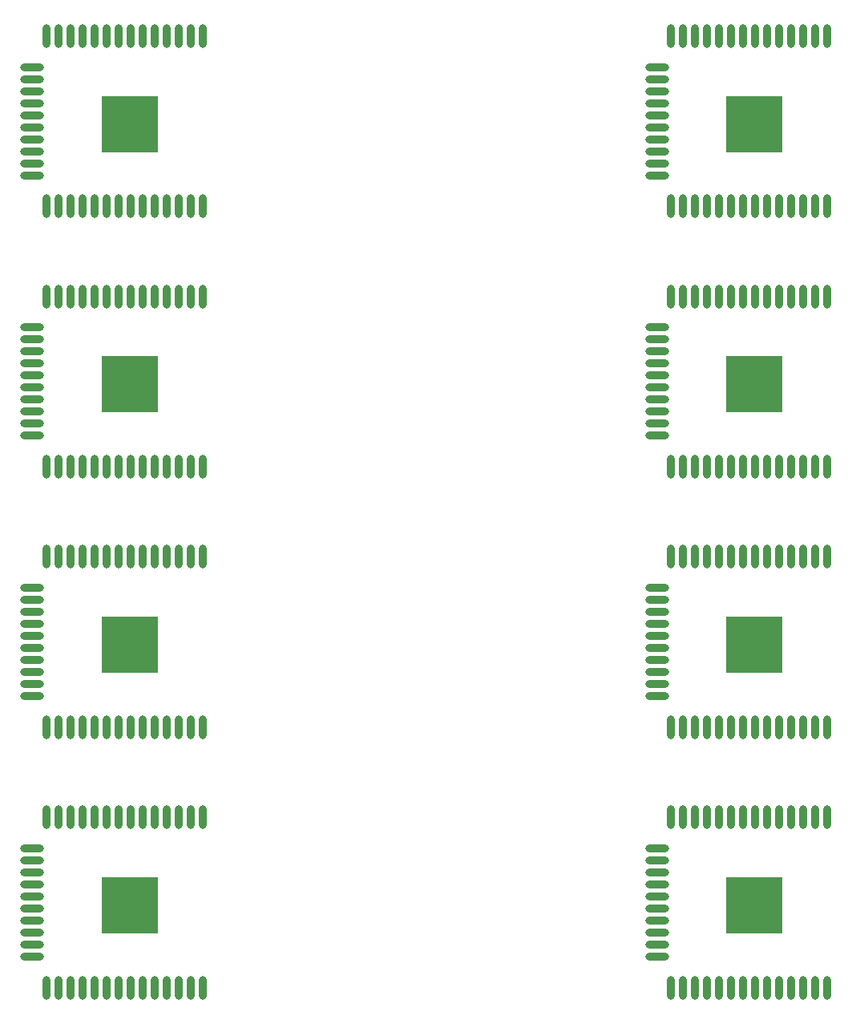
<source format=gbr>
G04 #@! TF.GenerationSoftware,KiCad,Pcbnew,5.0.2-bee76a0~70~ubuntu18.04.1*
G04 #@! TF.CreationDate,2019-05-10T18:36:06+02:00*
G04 #@! TF.ProjectId,m3_2x4_panel,6d335f32-7834-45f7-9061-6e656c2e6b69,rev?*
G04 #@! TF.SameCoordinates,Original*
G04 #@! TF.FileFunction,Paste,Bot*
G04 #@! TF.FilePolarity,Positive*
%FSLAX46Y46*%
G04 Gerber Fmt 4.6, Leading zero omitted, Abs format (unit mm)*
G04 Created by KiCad (PCBNEW 5.0.2-bee76a0~70~ubuntu18.04.1) date Fr 10 Mai 2019 18:36:06 CEST*
%MOMM*%
%LPD*%
G01*
G04 APERTURE LIST*
%ADD10R,6.000000X6.000000*%
%ADD11O,0.900000X2.500000*%
%ADD12O,2.500000X0.900000*%
G04 APERTURE END LIST*
D10*
G04 #@! TO.C,U2*
X169976000Y-132076000D03*
D11*
X177676000Y-140776000D03*
X176406000Y-140776000D03*
X175136000Y-140776000D03*
X173866000Y-140776000D03*
X172596000Y-140776000D03*
X171326000Y-140776000D03*
X170056000Y-140776000D03*
X168786000Y-140776000D03*
X167516000Y-140776000D03*
X166246000Y-140776000D03*
X164976000Y-140776000D03*
X163706000Y-140776000D03*
X162436000Y-140776000D03*
X161166000Y-140776000D03*
D12*
X159676000Y-137491000D03*
X159676000Y-136221000D03*
X159676000Y-134951000D03*
X159676000Y-133681000D03*
X159676000Y-132411000D03*
X159676000Y-131141000D03*
X159676000Y-129871000D03*
X159676000Y-128601000D03*
X159676000Y-127331000D03*
X159676000Y-126061000D03*
D11*
X161166000Y-122776000D03*
X162436000Y-122776000D03*
X163706000Y-122776000D03*
X164976000Y-122776000D03*
X166246000Y-122776000D03*
X167516000Y-122776000D03*
X168786000Y-122776000D03*
X170056000Y-122776000D03*
X171326000Y-122776000D03*
X172596000Y-122776000D03*
X173866000Y-122776000D03*
X175136000Y-122776000D03*
X176406000Y-122776000D03*
X177676000Y-122776000D03*
G04 #@! TD*
D10*
G04 #@! TO.C,U2*
X103976000Y-132076000D03*
D11*
X111676000Y-140776000D03*
X110406000Y-140776000D03*
X109136000Y-140776000D03*
X107866000Y-140776000D03*
X106596000Y-140776000D03*
X105326000Y-140776000D03*
X104056000Y-140776000D03*
X102786000Y-140776000D03*
X101516000Y-140776000D03*
X100246000Y-140776000D03*
X98976000Y-140776000D03*
X97706000Y-140776000D03*
X96436000Y-140776000D03*
X95166000Y-140776000D03*
D12*
X93676000Y-137491000D03*
X93676000Y-136221000D03*
X93676000Y-134951000D03*
X93676000Y-133681000D03*
X93676000Y-132411000D03*
X93676000Y-131141000D03*
X93676000Y-129871000D03*
X93676000Y-128601000D03*
X93676000Y-127331000D03*
X93676000Y-126061000D03*
D11*
X95166000Y-122776000D03*
X96436000Y-122776000D03*
X97706000Y-122776000D03*
X98976000Y-122776000D03*
X100246000Y-122776000D03*
X101516000Y-122776000D03*
X102786000Y-122776000D03*
X104056000Y-122776000D03*
X105326000Y-122776000D03*
X106596000Y-122776000D03*
X107866000Y-122776000D03*
X109136000Y-122776000D03*
X110406000Y-122776000D03*
X111676000Y-122776000D03*
G04 #@! TD*
D10*
G04 #@! TO.C,U2*
X169976000Y-104576000D03*
D11*
X177676000Y-113276000D03*
X176406000Y-113276000D03*
X175136000Y-113276000D03*
X173866000Y-113276000D03*
X172596000Y-113276000D03*
X171326000Y-113276000D03*
X170056000Y-113276000D03*
X168786000Y-113276000D03*
X167516000Y-113276000D03*
X166246000Y-113276000D03*
X164976000Y-113276000D03*
X163706000Y-113276000D03*
X162436000Y-113276000D03*
X161166000Y-113276000D03*
D12*
X159676000Y-109991000D03*
X159676000Y-108721000D03*
X159676000Y-107451000D03*
X159676000Y-106181000D03*
X159676000Y-104911000D03*
X159676000Y-103641000D03*
X159676000Y-102371000D03*
X159676000Y-101101000D03*
X159676000Y-99831000D03*
X159676000Y-98561000D03*
D11*
X161166000Y-95276000D03*
X162436000Y-95276000D03*
X163706000Y-95276000D03*
X164976000Y-95276000D03*
X166246000Y-95276000D03*
X167516000Y-95276000D03*
X168786000Y-95276000D03*
X170056000Y-95276000D03*
X171326000Y-95276000D03*
X172596000Y-95276000D03*
X173866000Y-95276000D03*
X175136000Y-95276000D03*
X176406000Y-95276000D03*
X177676000Y-95276000D03*
G04 #@! TD*
D10*
G04 #@! TO.C,U2*
X103976000Y-104576000D03*
D11*
X111676000Y-113276000D03*
X110406000Y-113276000D03*
X109136000Y-113276000D03*
X107866000Y-113276000D03*
X106596000Y-113276000D03*
X105326000Y-113276000D03*
X104056000Y-113276000D03*
X102786000Y-113276000D03*
X101516000Y-113276000D03*
X100246000Y-113276000D03*
X98976000Y-113276000D03*
X97706000Y-113276000D03*
X96436000Y-113276000D03*
X95166000Y-113276000D03*
D12*
X93676000Y-109991000D03*
X93676000Y-108721000D03*
X93676000Y-107451000D03*
X93676000Y-106181000D03*
X93676000Y-104911000D03*
X93676000Y-103641000D03*
X93676000Y-102371000D03*
X93676000Y-101101000D03*
X93676000Y-99831000D03*
X93676000Y-98561000D03*
D11*
X95166000Y-95276000D03*
X96436000Y-95276000D03*
X97706000Y-95276000D03*
X98976000Y-95276000D03*
X100246000Y-95276000D03*
X101516000Y-95276000D03*
X102786000Y-95276000D03*
X104056000Y-95276000D03*
X105326000Y-95276000D03*
X106596000Y-95276000D03*
X107866000Y-95276000D03*
X109136000Y-95276000D03*
X110406000Y-95276000D03*
X111676000Y-95276000D03*
G04 #@! TD*
D10*
G04 #@! TO.C,U2*
X169976000Y-77076000D03*
D11*
X177676000Y-85776000D03*
X176406000Y-85776000D03*
X175136000Y-85776000D03*
X173866000Y-85776000D03*
X172596000Y-85776000D03*
X171326000Y-85776000D03*
X170056000Y-85776000D03*
X168786000Y-85776000D03*
X167516000Y-85776000D03*
X166246000Y-85776000D03*
X164976000Y-85776000D03*
X163706000Y-85776000D03*
X162436000Y-85776000D03*
X161166000Y-85776000D03*
D12*
X159676000Y-82491000D03*
X159676000Y-81221000D03*
X159676000Y-79951000D03*
X159676000Y-78681000D03*
X159676000Y-77411000D03*
X159676000Y-76141000D03*
X159676000Y-74871000D03*
X159676000Y-73601000D03*
X159676000Y-72331000D03*
X159676000Y-71061000D03*
D11*
X161166000Y-67776000D03*
X162436000Y-67776000D03*
X163706000Y-67776000D03*
X164976000Y-67776000D03*
X166246000Y-67776000D03*
X167516000Y-67776000D03*
X168786000Y-67776000D03*
X170056000Y-67776000D03*
X171326000Y-67776000D03*
X172596000Y-67776000D03*
X173866000Y-67776000D03*
X175136000Y-67776000D03*
X176406000Y-67776000D03*
X177676000Y-67776000D03*
G04 #@! TD*
D10*
G04 #@! TO.C,U2*
X103976000Y-77076000D03*
D11*
X111676000Y-85776000D03*
X110406000Y-85776000D03*
X109136000Y-85776000D03*
X107866000Y-85776000D03*
X106596000Y-85776000D03*
X105326000Y-85776000D03*
X104056000Y-85776000D03*
X102786000Y-85776000D03*
X101516000Y-85776000D03*
X100246000Y-85776000D03*
X98976000Y-85776000D03*
X97706000Y-85776000D03*
X96436000Y-85776000D03*
X95166000Y-85776000D03*
D12*
X93676000Y-82491000D03*
X93676000Y-81221000D03*
X93676000Y-79951000D03*
X93676000Y-78681000D03*
X93676000Y-77411000D03*
X93676000Y-76141000D03*
X93676000Y-74871000D03*
X93676000Y-73601000D03*
X93676000Y-72331000D03*
X93676000Y-71061000D03*
D11*
X95166000Y-67776000D03*
X96436000Y-67776000D03*
X97706000Y-67776000D03*
X98976000Y-67776000D03*
X100246000Y-67776000D03*
X101516000Y-67776000D03*
X102786000Y-67776000D03*
X104056000Y-67776000D03*
X105326000Y-67776000D03*
X106596000Y-67776000D03*
X107866000Y-67776000D03*
X109136000Y-67776000D03*
X110406000Y-67776000D03*
X111676000Y-67776000D03*
G04 #@! TD*
D10*
G04 #@! TO.C,U2*
X169976000Y-49576000D03*
D11*
X177676000Y-58276000D03*
X176406000Y-58276000D03*
X175136000Y-58276000D03*
X173866000Y-58276000D03*
X172596000Y-58276000D03*
X171326000Y-58276000D03*
X170056000Y-58276000D03*
X168786000Y-58276000D03*
X167516000Y-58276000D03*
X166246000Y-58276000D03*
X164976000Y-58276000D03*
X163706000Y-58276000D03*
X162436000Y-58276000D03*
X161166000Y-58276000D03*
D12*
X159676000Y-54991000D03*
X159676000Y-53721000D03*
X159676000Y-52451000D03*
X159676000Y-51181000D03*
X159676000Y-49911000D03*
X159676000Y-48641000D03*
X159676000Y-47371000D03*
X159676000Y-46101000D03*
X159676000Y-44831000D03*
X159676000Y-43561000D03*
D11*
X161166000Y-40276000D03*
X162436000Y-40276000D03*
X163706000Y-40276000D03*
X164976000Y-40276000D03*
X166246000Y-40276000D03*
X167516000Y-40276000D03*
X168786000Y-40276000D03*
X170056000Y-40276000D03*
X171326000Y-40276000D03*
X172596000Y-40276000D03*
X173866000Y-40276000D03*
X175136000Y-40276000D03*
X176406000Y-40276000D03*
X177676000Y-40276000D03*
G04 #@! TD*
G04 #@! TO.C,U2*
X111676000Y-40276000D03*
X110406000Y-40276000D03*
X109136000Y-40276000D03*
X107866000Y-40276000D03*
X106596000Y-40276000D03*
X105326000Y-40276000D03*
X104056000Y-40276000D03*
X102786000Y-40276000D03*
X101516000Y-40276000D03*
X100246000Y-40276000D03*
X98976000Y-40276000D03*
X97706000Y-40276000D03*
X96436000Y-40276000D03*
X95166000Y-40276000D03*
D12*
X93676000Y-43561000D03*
X93676000Y-44831000D03*
X93676000Y-46101000D03*
X93676000Y-47371000D03*
X93676000Y-48641000D03*
X93676000Y-49911000D03*
X93676000Y-51181000D03*
X93676000Y-52451000D03*
X93676000Y-53721000D03*
X93676000Y-54991000D03*
D11*
X95166000Y-58276000D03*
X96436000Y-58276000D03*
X97706000Y-58276000D03*
X98976000Y-58276000D03*
X100246000Y-58276000D03*
X101516000Y-58276000D03*
X102786000Y-58276000D03*
X104056000Y-58276000D03*
X105326000Y-58276000D03*
X106596000Y-58276000D03*
X107866000Y-58276000D03*
X109136000Y-58276000D03*
X110406000Y-58276000D03*
X111676000Y-58276000D03*
D10*
X103976000Y-49576000D03*
G04 #@! TD*
M02*

</source>
